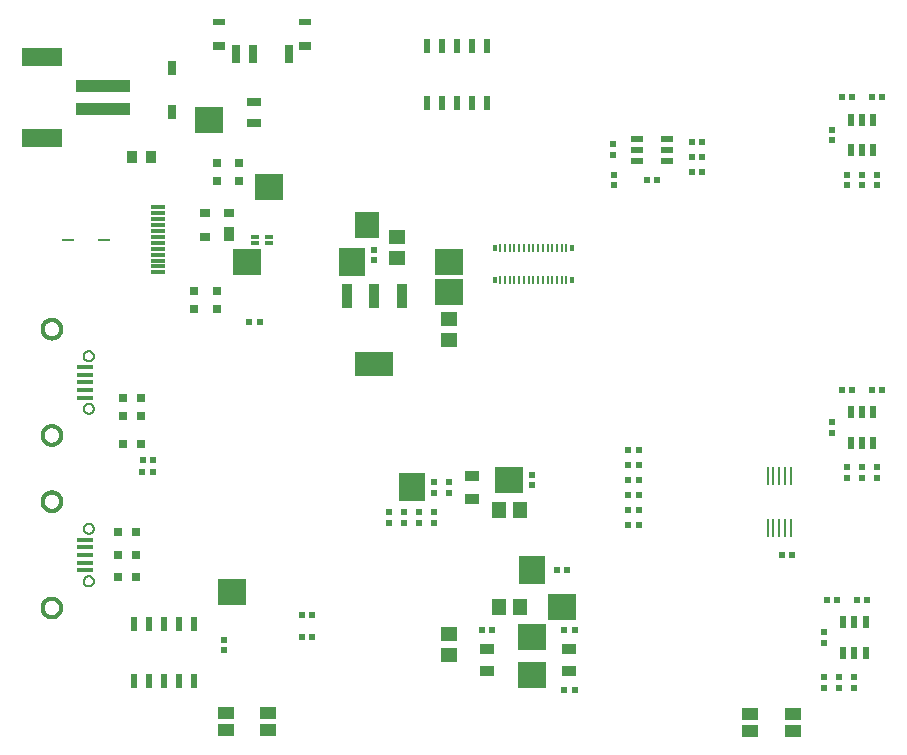
<source format=gbr>
G04 EAGLE Gerber RS-274X export*
G75*
%MOMM*%
%FSLAX34Y34*%
%LPD*%
%INSolderpaste Top*%
%IPPOS*%
%AMOC8*
5,1,8,0,0,1.08239X$1,22.5*%
G01*
%ADD10R,1.300000X0.900000*%
%ADD11R,2.489200X2.235200*%
%ADD12R,2.235200X2.489200*%
%ADD13R,0.230000X0.700000*%
%ADD14R,0.299200X0.609200*%
%ADD15R,0.950000X2.150000*%
%ADD16R,3.250000X2.150000*%
%ADD17R,1.450000X1.150000*%
%ADD18R,0.620000X0.620000*%
%ADD19R,0.279400X1.574800*%
%ADD20R,0.508000X1.270000*%
%ADD21R,0.500000X0.500000*%
%ADD22R,4.600000X1.000000*%
%ADD23R,3.400000X1.600000*%
%ADD24R,0.700000X1.200000*%
%ADD25R,1.200000X0.800000*%
%ADD26R,0.700000X1.500000*%
%ADD27R,1.000000X0.600000*%
%ADD28R,1.000000X0.800000*%
%ADD29R,2.057400X2.235200*%
%ADD30R,1.150000X1.450000*%
%ADD31R,1.400000X1.050000*%
%ADD32R,0.950000X1.000000*%
%ADD33R,0.800000X0.800000*%
%ADD34R,1.000000X0.200000*%
%ADD35R,1.200000X0.300000*%
%ADD36R,0.700000X0.300000*%
%ADD37R,1.100000X0.600000*%
%ADD38R,0.600000X1.100000*%
%ADD39R,0.900000X1.200000*%
%ADD40R,0.900000X0.800000*%
%ADD41C,0.325000*%
%ADD42C,0.200000*%
%ADD43R,1.350000X0.400000*%


D10*
X241300Y60350D03*
X241300Y79350D03*
X158750Y225400D03*
X158750Y206400D03*
X171450Y60350D03*
X171450Y79350D03*
D11*
X209550Y57150D03*
D12*
X209550Y146050D03*
D11*
X209550Y88900D03*
X234950Y114300D03*
D12*
X107950Y215900D03*
D11*
X190500Y222250D03*
D13*
X182820Y418680D03*
X182820Y391580D03*
X186820Y418680D03*
X186820Y391580D03*
X190820Y418680D03*
X190820Y391580D03*
X194820Y418680D03*
X194820Y391580D03*
X198820Y418680D03*
X198820Y391580D03*
X202820Y418680D03*
X202820Y391580D03*
X206820Y418680D03*
X206820Y391580D03*
X210820Y418680D03*
X210820Y391580D03*
X214820Y418680D03*
X214820Y391580D03*
X218820Y418680D03*
X218820Y391580D03*
X222820Y418680D03*
X222820Y391580D03*
X226820Y418680D03*
X226820Y391580D03*
X230820Y418680D03*
X230820Y391580D03*
X234820Y418680D03*
X234820Y391580D03*
X238820Y418680D03*
X238820Y391580D03*
D14*
X243570Y418680D03*
X178070Y418680D03*
X243570Y391580D03*
X178070Y391580D03*
D15*
X99200Y378250D03*
X76200Y378250D03*
X53200Y378250D03*
D16*
X76200Y320250D03*
D17*
X139700Y340250D03*
X139700Y358250D03*
D12*
X57150Y406400D03*
D17*
X95250Y428100D03*
X95250Y410100D03*
D18*
X76200Y417250D03*
X76200Y408250D03*
D11*
X139700Y406400D03*
D19*
X429100Y225200D03*
X424100Y225200D03*
X419100Y225200D03*
X414100Y225200D03*
X409100Y225200D03*
X409100Y181200D03*
X414100Y181200D03*
X419100Y181200D03*
X424100Y181200D03*
X429100Y181200D03*
D18*
X420950Y158750D03*
X429950Y158750D03*
D20*
X171450Y589280D03*
X171450Y541020D03*
X158750Y589280D03*
X158750Y541020D03*
X146050Y589280D03*
X146050Y541020D03*
X133350Y589280D03*
X133350Y541020D03*
X120650Y589280D03*
X120650Y541020D03*
X-127000Y52070D03*
X-127000Y100330D03*
X-114300Y52070D03*
X-114300Y100330D03*
X-101600Y52070D03*
X-101600Y100330D03*
X-88900Y52070D03*
X-88900Y100330D03*
X-76200Y52070D03*
X-76200Y100330D03*
D21*
X23550Y88900D03*
X14550Y88900D03*
X23550Y107950D03*
X14550Y107950D03*
D22*
X-153500Y536100D03*
X-153500Y556100D03*
D23*
X-205500Y512100D03*
X-205500Y580100D03*
D24*
X-95250Y533950D03*
X-95250Y570950D03*
D25*
X-25400Y524400D03*
X-25400Y542400D03*
D26*
X-41296Y582702D03*
X-26296Y582702D03*
X3704Y582702D03*
D27*
X-55296Y610202D03*
D28*
X-55296Y589202D03*
D27*
X17704Y610202D03*
D28*
X17704Y589202D03*
D11*
X139700Y381000D03*
D29*
X69723Y438150D03*
D30*
X199500Y114300D03*
X181500Y114300D03*
X181500Y196850D03*
X199500Y196850D03*
D17*
X139700Y91550D03*
X139700Y73550D03*
D18*
X236800Y44450D03*
X245800Y44450D03*
X236800Y95250D03*
X245800Y95250D03*
X139700Y220400D03*
X139700Y211400D03*
X127000Y220400D03*
X127000Y211400D03*
X114300Y195000D03*
X114300Y186000D03*
X101600Y195000D03*
X101600Y186000D03*
X88900Y195000D03*
X88900Y186000D03*
X127000Y195000D03*
X127000Y186000D03*
X209550Y226750D03*
X209550Y217750D03*
X299902Y184404D03*
X290902Y184404D03*
X299902Y197104D03*
X290902Y197104D03*
X299902Y247904D03*
X290902Y247904D03*
X299902Y235204D03*
X290902Y235204D03*
X299902Y222504D03*
X290902Y222504D03*
X299902Y209804D03*
X290902Y209804D03*
X175950Y95250D03*
X166950Y95250D03*
D21*
X230450Y146050D03*
X239450Y146050D03*
D31*
X-49496Y24776D03*
X-13496Y24776D03*
X-49496Y10276D03*
X-13496Y10276D03*
D18*
X-50800Y87050D03*
X-50800Y78050D03*
D11*
X-44450Y127000D03*
D32*
X-112650Y495300D03*
X-128650Y495300D03*
D33*
X-38100Y475100D03*
X-38100Y490100D03*
X-57150Y382150D03*
X-57150Y367150D03*
D34*
X-152400Y425450D03*
X-183400Y425450D03*
D35*
X-106600Y452950D03*
X-106600Y447950D03*
X-106600Y442950D03*
X-106600Y437950D03*
X-106600Y432950D03*
X-106600Y427950D03*
X-106600Y422950D03*
X-106600Y417950D03*
X-106600Y412950D03*
X-106600Y407950D03*
X-106600Y402950D03*
X-106600Y397950D03*
D33*
X-57150Y490100D03*
X-57150Y475100D03*
X-76200Y367150D03*
X-76200Y382150D03*
D11*
X-63500Y527050D03*
X-12700Y469900D03*
D21*
X-20900Y355600D03*
X-29900Y355600D03*
D18*
X-111324Y228600D03*
X-120324Y228600D03*
X-111070Y239014D03*
X-120070Y239014D03*
D11*
X-31750Y406400D03*
D36*
X-12800Y422700D03*
X-12800Y428200D03*
X-25300Y428200D03*
X-25300Y422700D03*
D37*
X324150Y511150D03*
X324150Y501650D03*
X324150Y492150D03*
X298150Y492150D03*
X298150Y501650D03*
X298150Y511150D03*
D21*
X279400Y471750D03*
X279400Y480750D03*
X278130Y506404D03*
X278130Y497404D03*
X344750Y508000D03*
X353750Y508000D03*
X315650Y476250D03*
X306650Y476250D03*
X353750Y482600D03*
X344750Y482600D03*
D18*
X353750Y495300D03*
X344750Y495300D03*
D38*
X498450Y501350D03*
X488950Y501350D03*
X479450Y501350D03*
X479450Y527350D03*
X488950Y527350D03*
X498450Y527350D03*
D21*
X471750Y546100D03*
X480750Y546100D03*
X506150Y546100D03*
X497150Y546100D03*
X501650Y480750D03*
X501650Y471750D03*
X463550Y509850D03*
X463550Y518850D03*
X476250Y471750D03*
X476250Y480750D03*
D18*
X488950Y471750D03*
X488950Y480750D03*
D38*
X498450Y253700D03*
X488950Y253700D03*
X479450Y253700D03*
X479450Y279700D03*
X488950Y279700D03*
X498450Y279700D03*
D21*
X471750Y298450D03*
X480750Y298450D03*
X506150Y298450D03*
X497150Y298450D03*
X501650Y233100D03*
X501650Y224100D03*
X463550Y262200D03*
X463550Y271200D03*
X476250Y233100D03*
X476250Y224100D03*
D18*
X488950Y224100D03*
X488950Y233100D03*
D38*
X492100Y75900D03*
X482600Y75900D03*
X473100Y75900D03*
X473100Y101900D03*
X482600Y101900D03*
X492100Y101900D03*
D21*
X459050Y120650D03*
X468050Y120650D03*
X493450Y120650D03*
X484450Y120650D03*
X482600Y55300D03*
X482600Y46300D03*
X457200Y84400D03*
X457200Y93400D03*
X457200Y46300D03*
X457200Y55300D03*
D18*
X469900Y46300D03*
X469900Y55300D03*
D39*
X-47150Y430150D03*
D40*
X-47150Y448150D03*
X-67150Y448150D03*
X-67150Y428150D03*
D41*
X-204725Y203750D02*
X-204723Y203943D01*
X-204716Y204136D01*
X-204704Y204329D01*
X-204687Y204522D01*
X-204666Y204714D01*
X-204640Y204906D01*
X-204609Y205096D01*
X-204574Y205286D01*
X-204534Y205475D01*
X-204489Y205663D01*
X-204440Y205850D01*
X-204386Y206036D01*
X-204328Y206220D01*
X-204265Y206403D01*
X-204197Y206584D01*
X-204126Y206764D01*
X-204049Y206941D01*
X-203969Y207117D01*
X-203884Y207291D01*
X-203795Y207462D01*
X-203702Y207632D01*
X-203605Y207799D01*
X-203503Y207963D01*
X-203398Y208125D01*
X-203288Y208284D01*
X-203175Y208441D01*
X-203058Y208595D01*
X-202937Y208746D01*
X-202813Y208894D01*
X-202685Y209039D01*
X-202553Y209180D01*
X-202418Y209318D01*
X-202280Y209453D01*
X-202139Y209585D01*
X-201994Y209713D01*
X-201846Y209837D01*
X-201695Y209958D01*
X-201541Y210075D01*
X-201384Y210188D01*
X-201225Y210298D01*
X-201063Y210403D01*
X-200899Y210505D01*
X-200732Y210602D01*
X-200562Y210695D01*
X-200391Y210784D01*
X-200217Y210869D01*
X-200041Y210949D01*
X-199864Y211026D01*
X-199684Y211097D01*
X-199503Y211165D01*
X-199320Y211228D01*
X-199136Y211286D01*
X-198950Y211340D01*
X-198763Y211389D01*
X-198575Y211434D01*
X-198386Y211474D01*
X-198196Y211509D01*
X-198006Y211540D01*
X-197814Y211566D01*
X-197622Y211587D01*
X-197429Y211604D01*
X-197236Y211616D01*
X-197043Y211623D01*
X-196850Y211625D01*
X-196657Y211623D01*
X-196464Y211616D01*
X-196271Y211604D01*
X-196078Y211587D01*
X-195886Y211566D01*
X-195694Y211540D01*
X-195504Y211509D01*
X-195314Y211474D01*
X-195125Y211434D01*
X-194937Y211389D01*
X-194750Y211340D01*
X-194564Y211286D01*
X-194380Y211228D01*
X-194197Y211165D01*
X-194016Y211097D01*
X-193836Y211026D01*
X-193659Y210949D01*
X-193483Y210869D01*
X-193309Y210784D01*
X-193138Y210695D01*
X-192968Y210602D01*
X-192801Y210505D01*
X-192637Y210403D01*
X-192475Y210298D01*
X-192316Y210188D01*
X-192159Y210075D01*
X-192005Y209958D01*
X-191854Y209837D01*
X-191706Y209713D01*
X-191561Y209585D01*
X-191420Y209453D01*
X-191282Y209318D01*
X-191147Y209180D01*
X-191015Y209039D01*
X-190887Y208894D01*
X-190763Y208746D01*
X-190642Y208595D01*
X-190525Y208441D01*
X-190412Y208284D01*
X-190302Y208125D01*
X-190197Y207963D01*
X-190095Y207799D01*
X-189998Y207632D01*
X-189905Y207462D01*
X-189816Y207291D01*
X-189731Y207117D01*
X-189651Y206941D01*
X-189574Y206764D01*
X-189503Y206584D01*
X-189435Y206403D01*
X-189372Y206220D01*
X-189314Y206036D01*
X-189260Y205850D01*
X-189211Y205663D01*
X-189166Y205475D01*
X-189126Y205286D01*
X-189091Y205096D01*
X-189060Y204906D01*
X-189034Y204714D01*
X-189013Y204522D01*
X-188996Y204329D01*
X-188984Y204136D01*
X-188977Y203943D01*
X-188975Y203750D01*
X-188977Y203557D01*
X-188984Y203364D01*
X-188996Y203171D01*
X-189013Y202978D01*
X-189034Y202786D01*
X-189060Y202594D01*
X-189091Y202404D01*
X-189126Y202214D01*
X-189166Y202025D01*
X-189211Y201837D01*
X-189260Y201650D01*
X-189314Y201464D01*
X-189372Y201280D01*
X-189435Y201097D01*
X-189503Y200916D01*
X-189574Y200736D01*
X-189651Y200559D01*
X-189731Y200383D01*
X-189816Y200209D01*
X-189905Y200038D01*
X-189998Y199868D01*
X-190095Y199701D01*
X-190197Y199537D01*
X-190302Y199375D01*
X-190412Y199216D01*
X-190525Y199059D01*
X-190642Y198905D01*
X-190763Y198754D01*
X-190887Y198606D01*
X-191015Y198461D01*
X-191147Y198320D01*
X-191282Y198182D01*
X-191420Y198047D01*
X-191561Y197915D01*
X-191706Y197787D01*
X-191854Y197663D01*
X-192005Y197542D01*
X-192159Y197425D01*
X-192316Y197312D01*
X-192475Y197202D01*
X-192637Y197097D01*
X-192801Y196995D01*
X-192968Y196898D01*
X-193138Y196805D01*
X-193309Y196716D01*
X-193483Y196631D01*
X-193659Y196551D01*
X-193836Y196474D01*
X-194016Y196403D01*
X-194197Y196335D01*
X-194380Y196272D01*
X-194564Y196214D01*
X-194750Y196160D01*
X-194937Y196111D01*
X-195125Y196066D01*
X-195314Y196026D01*
X-195504Y195991D01*
X-195694Y195960D01*
X-195886Y195934D01*
X-196078Y195913D01*
X-196271Y195896D01*
X-196464Y195884D01*
X-196657Y195877D01*
X-196850Y195875D01*
X-197043Y195877D01*
X-197236Y195884D01*
X-197429Y195896D01*
X-197622Y195913D01*
X-197814Y195934D01*
X-198006Y195960D01*
X-198196Y195991D01*
X-198386Y196026D01*
X-198575Y196066D01*
X-198763Y196111D01*
X-198950Y196160D01*
X-199136Y196214D01*
X-199320Y196272D01*
X-199503Y196335D01*
X-199684Y196403D01*
X-199864Y196474D01*
X-200041Y196551D01*
X-200217Y196631D01*
X-200391Y196716D01*
X-200562Y196805D01*
X-200732Y196898D01*
X-200899Y196995D01*
X-201063Y197097D01*
X-201225Y197202D01*
X-201384Y197312D01*
X-201541Y197425D01*
X-201695Y197542D01*
X-201846Y197663D01*
X-201994Y197787D01*
X-202139Y197915D01*
X-202280Y198047D01*
X-202418Y198182D01*
X-202553Y198320D01*
X-202685Y198461D01*
X-202813Y198606D01*
X-202937Y198754D01*
X-203058Y198905D01*
X-203175Y199059D01*
X-203288Y199216D01*
X-203398Y199375D01*
X-203503Y199537D01*
X-203605Y199701D01*
X-203702Y199868D01*
X-203795Y200038D01*
X-203884Y200209D01*
X-203969Y200383D01*
X-204049Y200559D01*
X-204126Y200736D01*
X-204197Y200916D01*
X-204265Y201097D01*
X-204328Y201280D01*
X-204386Y201464D01*
X-204440Y201650D01*
X-204489Y201837D01*
X-204534Y202025D01*
X-204574Y202214D01*
X-204609Y202404D01*
X-204640Y202594D01*
X-204666Y202786D01*
X-204687Y202978D01*
X-204704Y203171D01*
X-204716Y203364D01*
X-204723Y203557D01*
X-204725Y203750D01*
X-204725Y113750D02*
X-204723Y113943D01*
X-204716Y114136D01*
X-204704Y114329D01*
X-204687Y114522D01*
X-204666Y114714D01*
X-204640Y114906D01*
X-204609Y115096D01*
X-204574Y115286D01*
X-204534Y115475D01*
X-204489Y115663D01*
X-204440Y115850D01*
X-204386Y116036D01*
X-204328Y116220D01*
X-204265Y116403D01*
X-204197Y116584D01*
X-204126Y116764D01*
X-204049Y116941D01*
X-203969Y117117D01*
X-203884Y117291D01*
X-203795Y117462D01*
X-203702Y117632D01*
X-203605Y117799D01*
X-203503Y117963D01*
X-203398Y118125D01*
X-203288Y118284D01*
X-203175Y118441D01*
X-203058Y118595D01*
X-202937Y118746D01*
X-202813Y118894D01*
X-202685Y119039D01*
X-202553Y119180D01*
X-202418Y119318D01*
X-202280Y119453D01*
X-202139Y119585D01*
X-201994Y119713D01*
X-201846Y119837D01*
X-201695Y119958D01*
X-201541Y120075D01*
X-201384Y120188D01*
X-201225Y120298D01*
X-201063Y120403D01*
X-200899Y120505D01*
X-200732Y120602D01*
X-200562Y120695D01*
X-200391Y120784D01*
X-200217Y120869D01*
X-200041Y120949D01*
X-199864Y121026D01*
X-199684Y121097D01*
X-199503Y121165D01*
X-199320Y121228D01*
X-199136Y121286D01*
X-198950Y121340D01*
X-198763Y121389D01*
X-198575Y121434D01*
X-198386Y121474D01*
X-198196Y121509D01*
X-198006Y121540D01*
X-197814Y121566D01*
X-197622Y121587D01*
X-197429Y121604D01*
X-197236Y121616D01*
X-197043Y121623D01*
X-196850Y121625D01*
X-196657Y121623D01*
X-196464Y121616D01*
X-196271Y121604D01*
X-196078Y121587D01*
X-195886Y121566D01*
X-195694Y121540D01*
X-195504Y121509D01*
X-195314Y121474D01*
X-195125Y121434D01*
X-194937Y121389D01*
X-194750Y121340D01*
X-194564Y121286D01*
X-194380Y121228D01*
X-194197Y121165D01*
X-194016Y121097D01*
X-193836Y121026D01*
X-193659Y120949D01*
X-193483Y120869D01*
X-193309Y120784D01*
X-193138Y120695D01*
X-192968Y120602D01*
X-192801Y120505D01*
X-192637Y120403D01*
X-192475Y120298D01*
X-192316Y120188D01*
X-192159Y120075D01*
X-192005Y119958D01*
X-191854Y119837D01*
X-191706Y119713D01*
X-191561Y119585D01*
X-191420Y119453D01*
X-191282Y119318D01*
X-191147Y119180D01*
X-191015Y119039D01*
X-190887Y118894D01*
X-190763Y118746D01*
X-190642Y118595D01*
X-190525Y118441D01*
X-190412Y118284D01*
X-190302Y118125D01*
X-190197Y117963D01*
X-190095Y117799D01*
X-189998Y117632D01*
X-189905Y117462D01*
X-189816Y117291D01*
X-189731Y117117D01*
X-189651Y116941D01*
X-189574Y116764D01*
X-189503Y116584D01*
X-189435Y116403D01*
X-189372Y116220D01*
X-189314Y116036D01*
X-189260Y115850D01*
X-189211Y115663D01*
X-189166Y115475D01*
X-189126Y115286D01*
X-189091Y115096D01*
X-189060Y114906D01*
X-189034Y114714D01*
X-189013Y114522D01*
X-188996Y114329D01*
X-188984Y114136D01*
X-188977Y113943D01*
X-188975Y113750D01*
X-188977Y113557D01*
X-188984Y113364D01*
X-188996Y113171D01*
X-189013Y112978D01*
X-189034Y112786D01*
X-189060Y112594D01*
X-189091Y112404D01*
X-189126Y112214D01*
X-189166Y112025D01*
X-189211Y111837D01*
X-189260Y111650D01*
X-189314Y111464D01*
X-189372Y111280D01*
X-189435Y111097D01*
X-189503Y110916D01*
X-189574Y110736D01*
X-189651Y110559D01*
X-189731Y110383D01*
X-189816Y110209D01*
X-189905Y110038D01*
X-189998Y109868D01*
X-190095Y109701D01*
X-190197Y109537D01*
X-190302Y109375D01*
X-190412Y109216D01*
X-190525Y109059D01*
X-190642Y108905D01*
X-190763Y108754D01*
X-190887Y108606D01*
X-191015Y108461D01*
X-191147Y108320D01*
X-191282Y108182D01*
X-191420Y108047D01*
X-191561Y107915D01*
X-191706Y107787D01*
X-191854Y107663D01*
X-192005Y107542D01*
X-192159Y107425D01*
X-192316Y107312D01*
X-192475Y107202D01*
X-192637Y107097D01*
X-192801Y106995D01*
X-192968Y106898D01*
X-193138Y106805D01*
X-193309Y106716D01*
X-193483Y106631D01*
X-193659Y106551D01*
X-193836Y106474D01*
X-194016Y106403D01*
X-194197Y106335D01*
X-194380Y106272D01*
X-194564Y106214D01*
X-194750Y106160D01*
X-194937Y106111D01*
X-195125Y106066D01*
X-195314Y106026D01*
X-195504Y105991D01*
X-195694Y105960D01*
X-195886Y105934D01*
X-196078Y105913D01*
X-196271Y105896D01*
X-196464Y105884D01*
X-196657Y105877D01*
X-196850Y105875D01*
X-197043Y105877D01*
X-197236Y105884D01*
X-197429Y105896D01*
X-197622Y105913D01*
X-197814Y105934D01*
X-198006Y105960D01*
X-198196Y105991D01*
X-198386Y106026D01*
X-198575Y106066D01*
X-198763Y106111D01*
X-198950Y106160D01*
X-199136Y106214D01*
X-199320Y106272D01*
X-199503Y106335D01*
X-199684Y106403D01*
X-199864Y106474D01*
X-200041Y106551D01*
X-200217Y106631D01*
X-200391Y106716D01*
X-200562Y106805D01*
X-200732Y106898D01*
X-200899Y106995D01*
X-201063Y107097D01*
X-201225Y107202D01*
X-201384Y107312D01*
X-201541Y107425D01*
X-201695Y107542D01*
X-201846Y107663D01*
X-201994Y107787D01*
X-202139Y107915D01*
X-202280Y108047D01*
X-202418Y108182D01*
X-202553Y108320D01*
X-202685Y108461D01*
X-202813Y108606D01*
X-202937Y108754D01*
X-203058Y108905D01*
X-203175Y109059D01*
X-203288Y109216D01*
X-203398Y109375D01*
X-203503Y109537D01*
X-203605Y109701D01*
X-203702Y109868D01*
X-203795Y110038D01*
X-203884Y110209D01*
X-203969Y110383D01*
X-204049Y110559D01*
X-204126Y110736D01*
X-204197Y110916D01*
X-204265Y111097D01*
X-204328Y111280D01*
X-204386Y111464D01*
X-204440Y111650D01*
X-204489Y111837D01*
X-204534Y112025D01*
X-204574Y112214D01*
X-204609Y112404D01*
X-204640Y112594D01*
X-204666Y112786D01*
X-204687Y112978D01*
X-204704Y113171D01*
X-204716Y113364D01*
X-204723Y113557D01*
X-204725Y113750D01*
D42*
X-169850Y181000D02*
X-169848Y181130D01*
X-169842Y181260D01*
X-169832Y181390D01*
X-169818Y181520D01*
X-169800Y181649D01*
X-169778Y181777D01*
X-169753Y181905D01*
X-169723Y182032D01*
X-169689Y182158D01*
X-169652Y182282D01*
X-169611Y182406D01*
X-169566Y182528D01*
X-169517Y182649D01*
X-169465Y182768D01*
X-169409Y182886D01*
X-169349Y183002D01*
X-169286Y183116D01*
X-169219Y183228D01*
X-169149Y183337D01*
X-169076Y183445D01*
X-169000Y183550D01*
X-168920Y183653D01*
X-168837Y183754D01*
X-168751Y183852D01*
X-168662Y183947D01*
X-168570Y184040D01*
X-168476Y184129D01*
X-168379Y184216D01*
X-168279Y184299D01*
X-168176Y184380D01*
X-168072Y184457D01*
X-167965Y184531D01*
X-167855Y184602D01*
X-167744Y184670D01*
X-167630Y184734D01*
X-167515Y184794D01*
X-167398Y184851D01*
X-167279Y184904D01*
X-167158Y184954D01*
X-167037Y185000D01*
X-166913Y185042D01*
X-166789Y185080D01*
X-166663Y185115D01*
X-166537Y185146D01*
X-166409Y185172D01*
X-166281Y185195D01*
X-166152Y185214D01*
X-166023Y185229D01*
X-165893Y185240D01*
X-165763Y185247D01*
X-165633Y185250D01*
X-165502Y185249D01*
X-165372Y185244D01*
X-165242Y185235D01*
X-165113Y185222D01*
X-164983Y185205D01*
X-164855Y185184D01*
X-164727Y185159D01*
X-164600Y185131D01*
X-164474Y185098D01*
X-164349Y185062D01*
X-164225Y185021D01*
X-164102Y184977D01*
X-163981Y184930D01*
X-163861Y184878D01*
X-163743Y184823D01*
X-163627Y184764D01*
X-163513Y184702D01*
X-163400Y184636D01*
X-163290Y184567D01*
X-163182Y184495D01*
X-163076Y184419D01*
X-162972Y184340D01*
X-162871Y184258D01*
X-162772Y184173D01*
X-162676Y184085D01*
X-162583Y183994D01*
X-162493Y183900D01*
X-162406Y183803D01*
X-162321Y183704D01*
X-162240Y183602D01*
X-162162Y183498D01*
X-162087Y183392D01*
X-162015Y183283D01*
X-161947Y183172D01*
X-161882Y183059D01*
X-161821Y182944D01*
X-161763Y182827D01*
X-161709Y182709D01*
X-161658Y182589D01*
X-161611Y182467D01*
X-161568Y182344D01*
X-161529Y182220D01*
X-161493Y182095D01*
X-161462Y181968D01*
X-161434Y181841D01*
X-161410Y181713D01*
X-161390Y181584D01*
X-161374Y181455D01*
X-161362Y181325D01*
X-161354Y181195D01*
X-161350Y181065D01*
X-161350Y180935D01*
X-161354Y180805D01*
X-161362Y180675D01*
X-161374Y180545D01*
X-161390Y180416D01*
X-161410Y180287D01*
X-161434Y180159D01*
X-161462Y180032D01*
X-161493Y179905D01*
X-161529Y179780D01*
X-161568Y179656D01*
X-161611Y179533D01*
X-161658Y179411D01*
X-161709Y179291D01*
X-161763Y179173D01*
X-161821Y179056D01*
X-161882Y178941D01*
X-161947Y178828D01*
X-162015Y178717D01*
X-162087Y178608D01*
X-162162Y178502D01*
X-162240Y178398D01*
X-162321Y178296D01*
X-162406Y178197D01*
X-162493Y178100D01*
X-162583Y178006D01*
X-162676Y177915D01*
X-162772Y177827D01*
X-162871Y177742D01*
X-162972Y177660D01*
X-163076Y177581D01*
X-163182Y177505D01*
X-163290Y177433D01*
X-163400Y177364D01*
X-163513Y177298D01*
X-163627Y177236D01*
X-163743Y177177D01*
X-163861Y177122D01*
X-163981Y177070D01*
X-164102Y177023D01*
X-164225Y176979D01*
X-164349Y176938D01*
X-164474Y176902D01*
X-164600Y176869D01*
X-164727Y176841D01*
X-164855Y176816D01*
X-164983Y176795D01*
X-165113Y176778D01*
X-165242Y176765D01*
X-165372Y176756D01*
X-165502Y176751D01*
X-165633Y176750D01*
X-165763Y176753D01*
X-165893Y176760D01*
X-166023Y176771D01*
X-166152Y176786D01*
X-166281Y176805D01*
X-166409Y176828D01*
X-166537Y176854D01*
X-166663Y176885D01*
X-166789Y176920D01*
X-166913Y176958D01*
X-167037Y177000D01*
X-167158Y177046D01*
X-167279Y177096D01*
X-167398Y177149D01*
X-167515Y177206D01*
X-167630Y177266D01*
X-167744Y177330D01*
X-167855Y177398D01*
X-167965Y177469D01*
X-168072Y177543D01*
X-168176Y177620D01*
X-168279Y177701D01*
X-168379Y177784D01*
X-168476Y177871D01*
X-168570Y177960D01*
X-168662Y178053D01*
X-168751Y178148D01*
X-168837Y178246D01*
X-168920Y178347D01*
X-169000Y178450D01*
X-169076Y178555D01*
X-169149Y178663D01*
X-169219Y178772D01*
X-169286Y178884D01*
X-169349Y178998D01*
X-169409Y179114D01*
X-169465Y179232D01*
X-169517Y179351D01*
X-169566Y179472D01*
X-169611Y179594D01*
X-169652Y179718D01*
X-169689Y179842D01*
X-169723Y179968D01*
X-169753Y180095D01*
X-169778Y180223D01*
X-169800Y180351D01*
X-169818Y180480D01*
X-169832Y180610D01*
X-169842Y180740D01*
X-169848Y180870D01*
X-169850Y181000D01*
X-169850Y136500D02*
X-169848Y136630D01*
X-169842Y136760D01*
X-169832Y136890D01*
X-169818Y137020D01*
X-169800Y137149D01*
X-169778Y137277D01*
X-169753Y137405D01*
X-169723Y137532D01*
X-169689Y137658D01*
X-169652Y137782D01*
X-169611Y137906D01*
X-169566Y138028D01*
X-169517Y138149D01*
X-169465Y138268D01*
X-169409Y138386D01*
X-169349Y138502D01*
X-169286Y138616D01*
X-169219Y138728D01*
X-169149Y138837D01*
X-169076Y138945D01*
X-169000Y139050D01*
X-168920Y139153D01*
X-168837Y139254D01*
X-168751Y139352D01*
X-168662Y139447D01*
X-168570Y139540D01*
X-168476Y139629D01*
X-168379Y139716D01*
X-168279Y139799D01*
X-168176Y139880D01*
X-168072Y139957D01*
X-167965Y140031D01*
X-167855Y140102D01*
X-167744Y140170D01*
X-167630Y140234D01*
X-167515Y140294D01*
X-167398Y140351D01*
X-167279Y140404D01*
X-167158Y140454D01*
X-167037Y140500D01*
X-166913Y140542D01*
X-166789Y140580D01*
X-166663Y140615D01*
X-166537Y140646D01*
X-166409Y140672D01*
X-166281Y140695D01*
X-166152Y140714D01*
X-166023Y140729D01*
X-165893Y140740D01*
X-165763Y140747D01*
X-165633Y140750D01*
X-165502Y140749D01*
X-165372Y140744D01*
X-165242Y140735D01*
X-165113Y140722D01*
X-164983Y140705D01*
X-164855Y140684D01*
X-164727Y140659D01*
X-164600Y140631D01*
X-164474Y140598D01*
X-164349Y140562D01*
X-164225Y140521D01*
X-164102Y140477D01*
X-163981Y140430D01*
X-163861Y140378D01*
X-163743Y140323D01*
X-163627Y140264D01*
X-163513Y140202D01*
X-163400Y140136D01*
X-163290Y140067D01*
X-163182Y139995D01*
X-163076Y139919D01*
X-162972Y139840D01*
X-162871Y139758D01*
X-162772Y139673D01*
X-162676Y139585D01*
X-162583Y139494D01*
X-162493Y139400D01*
X-162406Y139303D01*
X-162321Y139204D01*
X-162240Y139102D01*
X-162162Y138998D01*
X-162087Y138892D01*
X-162015Y138783D01*
X-161947Y138672D01*
X-161882Y138559D01*
X-161821Y138444D01*
X-161763Y138327D01*
X-161709Y138209D01*
X-161658Y138089D01*
X-161611Y137967D01*
X-161568Y137844D01*
X-161529Y137720D01*
X-161493Y137595D01*
X-161462Y137468D01*
X-161434Y137341D01*
X-161410Y137213D01*
X-161390Y137084D01*
X-161374Y136955D01*
X-161362Y136825D01*
X-161354Y136695D01*
X-161350Y136565D01*
X-161350Y136435D01*
X-161354Y136305D01*
X-161362Y136175D01*
X-161374Y136045D01*
X-161390Y135916D01*
X-161410Y135787D01*
X-161434Y135659D01*
X-161462Y135532D01*
X-161493Y135405D01*
X-161529Y135280D01*
X-161568Y135156D01*
X-161611Y135033D01*
X-161658Y134911D01*
X-161709Y134791D01*
X-161763Y134673D01*
X-161821Y134556D01*
X-161882Y134441D01*
X-161947Y134328D01*
X-162015Y134217D01*
X-162087Y134108D01*
X-162162Y134002D01*
X-162240Y133898D01*
X-162321Y133796D01*
X-162406Y133697D01*
X-162493Y133600D01*
X-162583Y133506D01*
X-162676Y133415D01*
X-162772Y133327D01*
X-162871Y133242D01*
X-162972Y133160D01*
X-163076Y133081D01*
X-163182Y133005D01*
X-163290Y132933D01*
X-163400Y132864D01*
X-163513Y132798D01*
X-163627Y132736D01*
X-163743Y132677D01*
X-163861Y132622D01*
X-163981Y132570D01*
X-164102Y132523D01*
X-164225Y132479D01*
X-164349Y132438D01*
X-164474Y132402D01*
X-164600Y132369D01*
X-164727Y132341D01*
X-164855Y132316D01*
X-164983Y132295D01*
X-165113Y132278D01*
X-165242Y132265D01*
X-165372Y132256D01*
X-165502Y132251D01*
X-165633Y132250D01*
X-165763Y132253D01*
X-165893Y132260D01*
X-166023Y132271D01*
X-166152Y132286D01*
X-166281Y132305D01*
X-166409Y132328D01*
X-166537Y132354D01*
X-166663Y132385D01*
X-166789Y132420D01*
X-166913Y132458D01*
X-167037Y132500D01*
X-167158Y132546D01*
X-167279Y132596D01*
X-167398Y132649D01*
X-167515Y132706D01*
X-167630Y132766D01*
X-167744Y132830D01*
X-167855Y132898D01*
X-167965Y132969D01*
X-168072Y133043D01*
X-168176Y133120D01*
X-168279Y133201D01*
X-168379Y133284D01*
X-168476Y133371D01*
X-168570Y133460D01*
X-168662Y133553D01*
X-168751Y133648D01*
X-168837Y133746D01*
X-168920Y133847D01*
X-169000Y133950D01*
X-169076Y134055D01*
X-169149Y134163D01*
X-169219Y134272D01*
X-169286Y134384D01*
X-169349Y134498D01*
X-169409Y134614D01*
X-169465Y134732D01*
X-169517Y134851D01*
X-169566Y134972D01*
X-169611Y135094D01*
X-169652Y135218D01*
X-169689Y135342D01*
X-169723Y135468D01*
X-169753Y135595D01*
X-169778Y135723D01*
X-169800Y135851D01*
X-169818Y135980D01*
X-169832Y136110D01*
X-169842Y136240D01*
X-169848Y136370D01*
X-169850Y136500D01*
D43*
X-168850Y171750D03*
X-168850Y165250D03*
X-168850Y158750D03*
X-168850Y152250D03*
X-168850Y145750D03*
D41*
X-204725Y349800D02*
X-204723Y349993D01*
X-204716Y350186D01*
X-204704Y350379D01*
X-204687Y350572D01*
X-204666Y350764D01*
X-204640Y350956D01*
X-204609Y351146D01*
X-204574Y351336D01*
X-204534Y351525D01*
X-204489Y351713D01*
X-204440Y351900D01*
X-204386Y352086D01*
X-204328Y352270D01*
X-204265Y352453D01*
X-204197Y352634D01*
X-204126Y352814D01*
X-204049Y352991D01*
X-203969Y353167D01*
X-203884Y353341D01*
X-203795Y353512D01*
X-203702Y353682D01*
X-203605Y353849D01*
X-203503Y354013D01*
X-203398Y354175D01*
X-203288Y354334D01*
X-203175Y354491D01*
X-203058Y354645D01*
X-202937Y354796D01*
X-202813Y354944D01*
X-202685Y355089D01*
X-202553Y355230D01*
X-202418Y355368D01*
X-202280Y355503D01*
X-202139Y355635D01*
X-201994Y355763D01*
X-201846Y355887D01*
X-201695Y356008D01*
X-201541Y356125D01*
X-201384Y356238D01*
X-201225Y356348D01*
X-201063Y356453D01*
X-200899Y356555D01*
X-200732Y356652D01*
X-200562Y356745D01*
X-200391Y356834D01*
X-200217Y356919D01*
X-200041Y356999D01*
X-199864Y357076D01*
X-199684Y357147D01*
X-199503Y357215D01*
X-199320Y357278D01*
X-199136Y357336D01*
X-198950Y357390D01*
X-198763Y357439D01*
X-198575Y357484D01*
X-198386Y357524D01*
X-198196Y357559D01*
X-198006Y357590D01*
X-197814Y357616D01*
X-197622Y357637D01*
X-197429Y357654D01*
X-197236Y357666D01*
X-197043Y357673D01*
X-196850Y357675D01*
X-196657Y357673D01*
X-196464Y357666D01*
X-196271Y357654D01*
X-196078Y357637D01*
X-195886Y357616D01*
X-195694Y357590D01*
X-195504Y357559D01*
X-195314Y357524D01*
X-195125Y357484D01*
X-194937Y357439D01*
X-194750Y357390D01*
X-194564Y357336D01*
X-194380Y357278D01*
X-194197Y357215D01*
X-194016Y357147D01*
X-193836Y357076D01*
X-193659Y356999D01*
X-193483Y356919D01*
X-193309Y356834D01*
X-193138Y356745D01*
X-192968Y356652D01*
X-192801Y356555D01*
X-192637Y356453D01*
X-192475Y356348D01*
X-192316Y356238D01*
X-192159Y356125D01*
X-192005Y356008D01*
X-191854Y355887D01*
X-191706Y355763D01*
X-191561Y355635D01*
X-191420Y355503D01*
X-191282Y355368D01*
X-191147Y355230D01*
X-191015Y355089D01*
X-190887Y354944D01*
X-190763Y354796D01*
X-190642Y354645D01*
X-190525Y354491D01*
X-190412Y354334D01*
X-190302Y354175D01*
X-190197Y354013D01*
X-190095Y353849D01*
X-189998Y353682D01*
X-189905Y353512D01*
X-189816Y353341D01*
X-189731Y353167D01*
X-189651Y352991D01*
X-189574Y352814D01*
X-189503Y352634D01*
X-189435Y352453D01*
X-189372Y352270D01*
X-189314Y352086D01*
X-189260Y351900D01*
X-189211Y351713D01*
X-189166Y351525D01*
X-189126Y351336D01*
X-189091Y351146D01*
X-189060Y350956D01*
X-189034Y350764D01*
X-189013Y350572D01*
X-188996Y350379D01*
X-188984Y350186D01*
X-188977Y349993D01*
X-188975Y349800D01*
X-188977Y349607D01*
X-188984Y349414D01*
X-188996Y349221D01*
X-189013Y349028D01*
X-189034Y348836D01*
X-189060Y348644D01*
X-189091Y348454D01*
X-189126Y348264D01*
X-189166Y348075D01*
X-189211Y347887D01*
X-189260Y347700D01*
X-189314Y347514D01*
X-189372Y347330D01*
X-189435Y347147D01*
X-189503Y346966D01*
X-189574Y346786D01*
X-189651Y346609D01*
X-189731Y346433D01*
X-189816Y346259D01*
X-189905Y346088D01*
X-189998Y345918D01*
X-190095Y345751D01*
X-190197Y345587D01*
X-190302Y345425D01*
X-190412Y345266D01*
X-190525Y345109D01*
X-190642Y344955D01*
X-190763Y344804D01*
X-190887Y344656D01*
X-191015Y344511D01*
X-191147Y344370D01*
X-191282Y344232D01*
X-191420Y344097D01*
X-191561Y343965D01*
X-191706Y343837D01*
X-191854Y343713D01*
X-192005Y343592D01*
X-192159Y343475D01*
X-192316Y343362D01*
X-192475Y343252D01*
X-192637Y343147D01*
X-192801Y343045D01*
X-192968Y342948D01*
X-193138Y342855D01*
X-193309Y342766D01*
X-193483Y342681D01*
X-193659Y342601D01*
X-193836Y342524D01*
X-194016Y342453D01*
X-194197Y342385D01*
X-194380Y342322D01*
X-194564Y342264D01*
X-194750Y342210D01*
X-194937Y342161D01*
X-195125Y342116D01*
X-195314Y342076D01*
X-195504Y342041D01*
X-195694Y342010D01*
X-195886Y341984D01*
X-196078Y341963D01*
X-196271Y341946D01*
X-196464Y341934D01*
X-196657Y341927D01*
X-196850Y341925D01*
X-197043Y341927D01*
X-197236Y341934D01*
X-197429Y341946D01*
X-197622Y341963D01*
X-197814Y341984D01*
X-198006Y342010D01*
X-198196Y342041D01*
X-198386Y342076D01*
X-198575Y342116D01*
X-198763Y342161D01*
X-198950Y342210D01*
X-199136Y342264D01*
X-199320Y342322D01*
X-199503Y342385D01*
X-199684Y342453D01*
X-199864Y342524D01*
X-200041Y342601D01*
X-200217Y342681D01*
X-200391Y342766D01*
X-200562Y342855D01*
X-200732Y342948D01*
X-200899Y343045D01*
X-201063Y343147D01*
X-201225Y343252D01*
X-201384Y343362D01*
X-201541Y343475D01*
X-201695Y343592D01*
X-201846Y343713D01*
X-201994Y343837D01*
X-202139Y343965D01*
X-202280Y344097D01*
X-202418Y344232D01*
X-202553Y344370D01*
X-202685Y344511D01*
X-202813Y344656D01*
X-202937Y344804D01*
X-203058Y344955D01*
X-203175Y345109D01*
X-203288Y345266D01*
X-203398Y345425D01*
X-203503Y345587D01*
X-203605Y345751D01*
X-203702Y345918D01*
X-203795Y346088D01*
X-203884Y346259D01*
X-203969Y346433D01*
X-204049Y346609D01*
X-204126Y346786D01*
X-204197Y346966D01*
X-204265Y347147D01*
X-204328Y347330D01*
X-204386Y347514D01*
X-204440Y347700D01*
X-204489Y347887D01*
X-204534Y348075D01*
X-204574Y348264D01*
X-204609Y348454D01*
X-204640Y348644D01*
X-204666Y348836D01*
X-204687Y349028D01*
X-204704Y349221D01*
X-204716Y349414D01*
X-204723Y349607D01*
X-204725Y349800D01*
X-204725Y259800D02*
X-204723Y259993D01*
X-204716Y260186D01*
X-204704Y260379D01*
X-204687Y260572D01*
X-204666Y260764D01*
X-204640Y260956D01*
X-204609Y261146D01*
X-204574Y261336D01*
X-204534Y261525D01*
X-204489Y261713D01*
X-204440Y261900D01*
X-204386Y262086D01*
X-204328Y262270D01*
X-204265Y262453D01*
X-204197Y262634D01*
X-204126Y262814D01*
X-204049Y262991D01*
X-203969Y263167D01*
X-203884Y263341D01*
X-203795Y263512D01*
X-203702Y263682D01*
X-203605Y263849D01*
X-203503Y264013D01*
X-203398Y264175D01*
X-203288Y264334D01*
X-203175Y264491D01*
X-203058Y264645D01*
X-202937Y264796D01*
X-202813Y264944D01*
X-202685Y265089D01*
X-202553Y265230D01*
X-202418Y265368D01*
X-202280Y265503D01*
X-202139Y265635D01*
X-201994Y265763D01*
X-201846Y265887D01*
X-201695Y266008D01*
X-201541Y266125D01*
X-201384Y266238D01*
X-201225Y266348D01*
X-201063Y266453D01*
X-200899Y266555D01*
X-200732Y266652D01*
X-200562Y266745D01*
X-200391Y266834D01*
X-200217Y266919D01*
X-200041Y266999D01*
X-199864Y267076D01*
X-199684Y267147D01*
X-199503Y267215D01*
X-199320Y267278D01*
X-199136Y267336D01*
X-198950Y267390D01*
X-198763Y267439D01*
X-198575Y267484D01*
X-198386Y267524D01*
X-198196Y267559D01*
X-198006Y267590D01*
X-197814Y267616D01*
X-197622Y267637D01*
X-197429Y267654D01*
X-197236Y267666D01*
X-197043Y267673D01*
X-196850Y267675D01*
X-196657Y267673D01*
X-196464Y267666D01*
X-196271Y267654D01*
X-196078Y267637D01*
X-195886Y267616D01*
X-195694Y267590D01*
X-195504Y267559D01*
X-195314Y267524D01*
X-195125Y267484D01*
X-194937Y267439D01*
X-194750Y267390D01*
X-194564Y267336D01*
X-194380Y267278D01*
X-194197Y267215D01*
X-194016Y267147D01*
X-193836Y267076D01*
X-193659Y266999D01*
X-193483Y266919D01*
X-193309Y266834D01*
X-193138Y266745D01*
X-192968Y266652D01*
X-192801Y266555D01*
X-192637Y266453D01*
X-192475Y266348D01*
X-192316Y266238D01*
X-192159Y266125D01*
X-192005Y266008D01*
X-191854Y265887D01*
X-191706Y265763D01*
X-191561Y265635D01*
X-191420Y265503D01*
X-191282Y265368D01*
X-191147Y265230D01*
X-191015Y265089D01*
X-190887Y264944D01*
X-190763Y264796D01*
X-190642Y264645D01*
X-190525Y264491D01*
X-190412Y264334D01*
X-190302Y264175D01*
X-190197Y264013D01*
X-190095Y263849D01*
X-189998Y263682D01*
X-189905Y263512D01*
X-189816Y263341D01*
X-189731Y263167D01*
X-189651Y262991D01*
X-189574Y262814D01*
X-189503Y262634D01*
X-189435Y262453D01*
X-189372Y262270D01*
X-189314Y262086D01*
X-189260Y261900D01*
X-189211Y261713D01*
X-189166Y261525D01*
X-189126Y261336D01*
X-189091Y261146D01*
X-189060Y260956D01*
X-189034Y260764D01*
X-189013Y260572D01*
X-188996Y260379D01*
X-188984Y260186D01*
X-188977Y259993D01*
X-188975Y259800D01*
X-188977Y259607D01*
X-188984Y259414D01*
X-188996Y259221D01*
X-189013Y259028D01*
X-189034Y258836D01*
X-189060Y258644D01*
X-189091Y258454D01*
X-189126Y258264D01*
X-189166Y258075D01*
X-189211Y257887D01*
X-189260Y257700D01*
X-189314Y257514D01*
X-189372Y257330D01*
X-189435Y257147D01*
X-189503Y256966D01*
X-189574Y256786D01*
X-189651Y256609D01*
X-189731Y256433D01*
X-189816Y256259D01*
X-189905Y256088D01*
X-189998Y255918D01*
X-190095Y255751D01*
X-190197Y255587D01*
X-190302Y255425D01*
X-190412Y255266D01*
X-190525Y255109D01*
X-190642Y254955D01*
X-190763Y254804D01*
X-190887Y254656D01*
X-191015Y254511D01*
X-191147Y254370D01*
X-191282Y254232D01*
X-191420Y254097D01*
X-191561Y253965D01*
X-191706Y253837D01*
X-191854Y253713D01*
X-192005Y253592D01*
X-192159Y253475D01*
X-192316Y253362D01*
X-192475Y253252D01*
X-192637Y253147D01*
X-192801Y253045D01*
X-192968Y252948D01*
X-193138Y252855D01*
X-193309Y252766D01*
X-193483Y252681D01*
X-193659Y252601D01*
X-193836Y252524D01*
X-194016Y252453D01*
X-194197Y252385D01*
X-194380Y252322D01*
X-194564Y252264D01*
X-194750Y252210D01*
X-194937Y252161D01*
X-195125Y252116D01*
X-195314Y252076D01*
X-195504Y252041D01*
X-195694Y252010D01*
X-195886Y251984D01*
X-196078Y251963D01*
X-196271Y251946D01*
X-196464Y251934D01*
X-196657Y251927D01*
X-196850Y251925D01*
X-197043Y251927D01*
X-197236Y251934D01*
X-197429Y251946D01*
X-197622Y251963D01*
X-197814Y251984D01*
X-198006Y252010D01*
X-198196Y252041D01*
X-198386Y252076D01*
X-198575Y252116D01*
X-198763Y252161D01*
X-198950Y252210D01*
X-199136Y252264D01*
X-199320Y252322D01*
X-199503Y252385D01*
X-199684Y252453D01*
X-199864Y252524D01*
X-200041Y252601D01*
X-200217Y252681D01*
X-200391Y252766D01*
X-200562Y252855D01*
X-200732Y252948D01*
X-200899Y253045D01*
X-201063Y253147D01*
X-201225Y253252D01*
X-201384Y253362D01*
X-201541Y253475D01*
X-201695Y253592D01*
X-201846Y253713D01*
X-201994Y253837D01*
X-202139Y253965D01*
X-202280Y254097D01*
X-202418Y254232D01*
X-202553Y254370D01*
X-202685Y254511D01*
X-202813Y254656D01*
X-202937Y254804D01*
X-203058Y254955D01*
X-203175Y255109D01*
X-203288Y255266D01*
X-203398Y255425D01*
X-203503Y255587D01*
X-203605Y255751D01*
X-203702Y255918D01*
X-203795Y256088D01*
X-203884Y256259D01*
X-203969Y256433D01*
X-204049Y256609D01*
X-204126Y256786D01*
X-204197Y256966D01*
X-204265Y257147D01*
X-204328Y257330D01*
X-204386Y257514D01*
X-204440Y257700D01*
X-204489Y257887D01*
X-204534Y258075D01*
X-204574Y258264D01*
X-204609Y258454D01*
X-204640Y258644D01*
X-204666Y258836D01*
X-204687Y259028D01*
X-204704Y259221D01*
X-204716Y259414D01*
X-204723Y259607D01*
X-204725Y259800D01*
D42*
X-169850Y327050D02*
X-169848Y327180D01*
X-169842Y327310D01*
X-169832Y327440D01*
X-169818Y327570D01*
X-169800Y327699D01*
X-169778Y327827D01*
X-169753Y327955D01*
X-169723Y328082D01*
X-169689Y328208D01*
X-169652Y328332D01*
X-169611Y328456D01*
X-169566Y328578D01*
X-169517Y328699D01*
X-169465Y328818D01*
X-169409Y328936D01*
X-169349Y329052D01*
X-169286Y329166D01*
X-169219Y329278D01*
X-169149Y329387D01*
X-169076Y329495D01*
X-169000Y329600D01*
X-168920Y329703D01*
X-168837Y329804D01*
X-168751Y329902D01*
X-168662Y329997D01*
X-168570Y330090D01*
X-168476Y330179D01*
X-168379Y330266D01*
X-168279Y330349D01*
X-168176Y330430D01*
X-168072Y330507D01*
X-167965Y330581D01*
X-167855Y330652D01*
X-167744Y330720D01*
X-167630Y330784D01*
X-167515Y330844D01*
X-167398Y330901D01*
X-167279Y330954D01*
X-167158Y331004D01*
X-167037Y331050D01*
X-166913Y331092D01*
X-166789Y331130D01*
X-166663Y331165D01*
X-166537Y331196D01*
X-166409Y331222D01*
X-166281Y331245D01*
X-166152Y331264D01*
X-166023Y331279D01*
X-165893Y331290D01*
X-165763Y331297D01*
X-165633Y331300D01*
X-165502Y331299D01*
X-165372Y331294D01*
X-165242Y331285D01*
X-165113Y331272D01*
X-164983Y331255D01*
X-164855Y331234D01*
X-164727Y331209D01*
X-164600Y331181D01*
X-164474Y331148D01*
X-164349Y331112D01*
X-164225Y331071D01*
X-164102Y331027D01*
X-163981Y330980D01*
X-163861Y330928D01*
X-163743Y330873D01*
X-163627Y330814D01*
X-163513Y330752D01*
X-163400Y330686D01*
X-163290Y330617D01*
X-163182Y330545D01*
X-163076Y330469D01*
X-162972Y330390D01*
X-162871Y330308D01*
X-162772Y330223D01*
X-162676Y330135D01*
X-162583Y330044D01*
X-162493Y329950D01*
X-162406Y329853D01*
X-162321Y329754D01*
X-162240Y329652D01*
X-162162Y329548D01*
X-162087Y329442D01*
X-162015Y329333D01*
X-161947Y329222D01*
X-161882Y329109D01*
X-161821Y328994D01*
X-161763Y328877D01*
X-161709Y328759D01*
X-161658Y328639D01*
X-161611Y328517D01*
X-161568Y328394D01*
X-161529Y328270D01*
X-161493Y328145D01*
X-161462Y328018D01*
X-161434Y327891D01*
X-161410Y327763D01*
X-161390Y327634D01*
X-161374Y327505D01*
X-161362Y327375D01*
X-161354Y327245D01*
X-161350Y327115D01*
X-161350Y326985D01*
X-161354Y326855D01*
X-161362Y326725D01*
X-161374Y326595D01*
X-161390Y326466D01*
X-161410Y326337D01*
X-161434Y326209D01*
X-161462Y326082D01*
X-161493Y325955D01*
X-161529Y325830D01*
X-161568Y325706D01*
X-161611Y325583D01*
X-161658Y325461D01*
X-161709Y325341D01*
X-161763Y325223D01*
X-161821Y325106D01*
X-161882Y324991D01*
X-161947Y324878D01*
X-162015Y324767D01*
X-162087Y324658D01*
X-162162Y324552D01*
X-162240Y324448D01*
X-162321Y324346D01*
X-162406Y324247D01*
X-162493Y324150D01*
X-162583Y324056D01*
X-162676Y323965D01*
X-162772Y323877D01*
X-162871Y323792D01*
X-162972Y323710D01*
X-163076Y323631D01*
X-163182Y323555D01*
X-163290Y323483D01*
X-163400Y323414D01*
X-163513Y323348D01*
X-163627Y323286D01*
X-163743Y323227D01*
X-163861Y323172D01*
X-163981Y323120D01*
X-164102Y323073D01*
X-164225Y323029D01*
X-164349Y322988D01*
X-164474Y322952D01*
X-164600Y322919D01*
X-164727Y322891D01*
X-164855Y322866D01*
X-164983Y322845D01*
X-165113Y322828D01*
X-165242Y322815D01*
X-165372Y322806D01*
X-165502Y322801D01*
X-165633Y322800D01*
X-165763Y322803D01*
X-165893Y322810D01*
X-166023Y322821D01*
X-166152Y322836D01*
X-166281Y322855D01*
X-166409Y322878D01*
X-166537Y322904D01*
X-166663Y322935D01*
X-166789Y322970D01*
X-166913Y323008D01*
X-167037Y323050D01*
X-167158Y323096D01*
X-167279Y323146D01*
X-167398Y323199D01*
X-167515Y323256D01*
X-167630Y323316D01*
X-167744Y323380D01*
X-167855Y323448D01*
X-167965Y323519D01*
X-168072Y323593D01*
X-168176Y323670D01*
X-168279Y323751D01*
X-168379Y323834D01*
X-168476Y323921D01*
X-168570Y324010D01*
X-168662Y324103D01*
X-168751Y324198D01*
X-168837Y324296D01*
X-168920Y324397D01*
X-169000Y324500D01*
X-169076Y324605D01*
X-169149Y324713D01*
X-169219Y324822D01*
X-169286Y324934D01*
X-169349Y325048D01*
X-169409Y325164D01*
X-169465Y325282D01*
X-169517Y325401D01*
X-169566Y325522D01*
X-169611Y325644D01*
X-169652Y325768D01*
X-169689Y325892D01*
X-169723Y326018D01*
X-169753Y326145D01*
X-169778Y326273D01*
X-169800Y326401D01*
X-169818Y326530D01*
X-169832Y326660D01*
X-169842Y326790D01*
X-169848Y326920D01*
X-169850Y327050D01*
X-169850Y282550D02*
X-169848Y282680D01*
X-169842Y282810D01*
X-169832Y282940D01*
X-169818Y283070D01*
X-169800Y283199D01*
X-169778Y283327D01*
X-169753Y283455D01*
X-169723Y283582D01*
X-169689Y283708D01*
X-169652Y283832D01*
X-169611Y283956D01*
X-169566Y284078D01*
X-169517Y284199D01*
X-169465Y284318D01*
X-169409Y284436D01*
X-169349Y284552D01*
X-169286Y284666D01*
X-169219Y284778D01*
X-169149Y284887D01*
X-169076Y284995D01*
X-169000Y285100D01*
X-168920Y285203D01*
X-168837Y285304D01*
X-168751Y285402D01*
X-168662Y285497D01*
X-168570Y285590D01*
X-168476Y285679D01*
X-168379Y285766D01*
X-168279Y285849D01*
X-168176Y285930D01*
X-168072Y286007D01*
X-167965Y286081D01*
X-167855Y286152D01*
X-167744Y286220D01*
X-167630Y286284D01*
X-167515Y286344D01*
X-167398Y286401D01*
X-167279Y286454D01*
X-167158Y286504D01*
X-167037Y286550D01*
X-166913Y286592D01*
X-166789Y286630D01*
X-166663Y286665D01*
X-166537Y286696D01*
X-166409Y286722D01*
X-166281Y286745D01*
X-166152Y286764D01*
X-166023Y286779D01*
X-165893Y286790D01*
X-165763Y286797D01*
X-165633Y286800D01*
X-165502Y286799D01*
X-165372Y286794D01*
X-165242Y286785D01*
X-165113Y286772D01*
X-164983Y286755D01*
X-164855Y286734D01*
X-164727Y286709D01*
X-164600Y286681D01*
X-164474Y286648D01*
X-164349Y286612D01*
X-164225Y286571D01*
X-164102Y286527D01*
X-163981Y286480D01*
X-163861Y286428D01*
X-163743Y286373D01*
X-163627Y286314D01*
X-163513Y286252D01*
X-163400Y286186D01*
X-163290Y286117D01*
X-163182Y286045D01*
X-163076Y285969D01*
X-162972Y285890D01*
X-162871Y285808D01*
X-162772Y285723D01*
X-162676Y285635D01*
X-162583Y285544D01*
X-162493Y285450D01*
X-162406Y285353D01*
X-162321Y285254D01*
X-162240Y285152D01*
X-162162Y285048D01*
X-162087Y284942D01*
X-162015Y284833D01*
X-161947Y284722D01*
X-161882Y284609D01*
X-161821Y284494D01*
X-161763Y284377D01*
X-161709Y284259D01*
X-161658Y284139D01*
X-161611Y284017D01*
X-161568Y283894D01*
X-161529Y283770D01*
X-161493Y283645D01*
X-161462Y283518D01*
X-161434Y283391D01*
X-161410Y283263D01*
X-161390Y283134D01*
X-161374Y283005D01*
X-161362Y282875D01*
X-161354Y282745D01*
X-161350Y282615D01*
X-161350Y282485D01*
X-161354Y282355D01*
X-161362Y282225D01*
X-161374Y282095D01*
X-161390Y281966D01*
X-161410Y281837D01*
X-161434Y281709D01*
X-161462Y281582D01*
X-161493Y281455D01*
X-161529Y281330D01*
X-161568Y281206D01*
X-161611Y281083D01*
X-161658Y280961D01*
X-161709Y280841D01*
X-161763Y280723D01*
X-161821Y280606D01*
X-161882Y280491D01*
X-161947Y280378D01*
X-162015Y280267D01*
X-162087Y280158D01*
X-162162Y280052D01*
X-162240Y279948D01*
X-162321Y279846D01*
X-162406Y279747D01*
X-162493Y279650D01*
X-162583Y279556D01*
X-162676Y279465D01*
X-162772Y279377D01*
X-162871Y279292D01*
X-162972Y279210D01*
X-163076Y279131D01*
X-163182Y279055D01*
X-163290Y278983D01*
X-163400Y278914D01*
X-163513Y278848D01*
X-163627Y278786D01*
X-163743Y278727D01*
X-163861Y278672D01*
X-163981Y278620D01*
X-164102Y278573D01*
X-164225Y278529D01*
X-164349Y278488D01*
X-164474Y278452D01*
X-164600Y278419D01*
X-164727Y278391D01*
X-164855Y278366D01*
X-164983Y278345D01*
X-165113Y278328D01*
X-165242Y278315D01*
X-165372Y278306D01*
X-165502Y278301D01*
X-165633Y278300D01*
X-165763Y278303D01*
X-165893Y278310D01*
X-166023Y278321D01*
X-166152Y278336D01*
X-166281Y278355D01*
X-166409Y278378D01*
X-166537Y278404D01*
X-166663Y278435D01*
X-166789Y278470D01*
X-166913Y278508D01*
X-167037Y278550D01*
X-167158Y278596D01*
X-167279Y278646D01*
X-167398Y278699D01*
X-167515Y278756D01*
X-167630Y278816D01*
X-167744Y278880D01*
X-167855Y278948D01*
X-167965Y279019D01*
X-168072Y279093D01*
X-168176Y279170D01*
X-168279Y279251D01*
X-168379Y279334D01*
X-168476Y279421D01*
X-168570Y279510D01*
X-168662Y279603D01*
X-168751Y279698D01*
X-168837Y279796D01*
X-168920Y279897D01*
X-169000Y280000D01*
X-169076Y280105D01*
X-169149Y280213D01*
X-169219Y280322D01*
X-169286Y280434D01*
X-169349Y280548D01*
X-169409Y280664D01*
X-169465Y280782D01*
X-169517Y280901D01*
X-169566Y281022D01*
X-169611Y281144D01*
X-169652Y281268D01*
X-169689Y281392D01*
X-169723Y281518D01*
X-169753Y281645D01*
X-169778Y281773D01*
X-169800Y281901D01*
X-169818Y282030D01*
X-169832Y282160D01*
X-169842Y282290D01*
X-169848Y282420D01*
X-169850Y282550D01*
D43*
X-168850Y317800D03*
X-168850Y311300D03*
X-168850Y304800D03*
X-168850Y298300D03*
X-168850Y291800D03*
D33*
X-140850Y139700D03*
X-125850Y139700D03*
X-140850Y158750D03*
X-125850Y158750D03*
X-140850Y177800D03*
X-125850Y177800D03*
X-136532Y252476D03*
X-121532Y252476D03*
X-136278Y276606D03*
X-121278Y276606D03*
X-136278Y291846D03*
X-121278Y291846D03*
D31*
X394242Y24268D03*
X430242Y24268D03*
X394242Y9768D03*
X430242Y9768D03*
M02*

</source>
